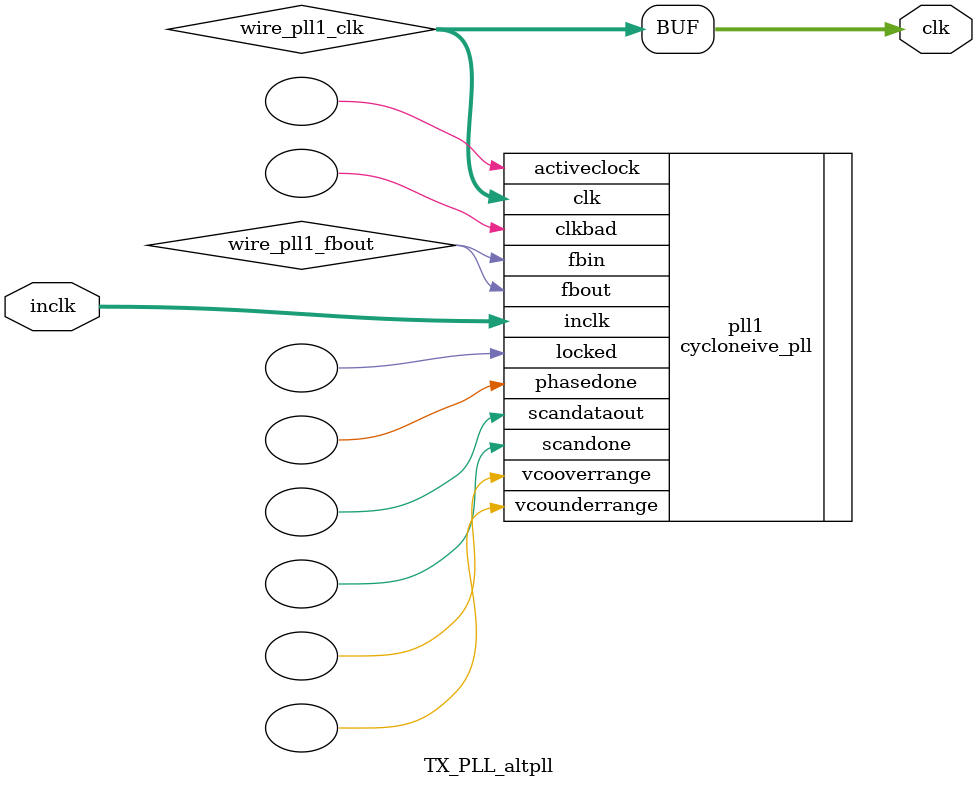
<source format=v>






//synthesis_resources = cycloneive_pll 1 
//synopsys translate_off
`timescale 1 ps / 1 ps
//synopsys translate_on
module  TX_PLL_altpll
	( 
	clk,
	inclk) /* synthesis synthesis_clearbox=1 */;
	output   [4:0]  clk;
	input   [1:0]  inclk;
`ifndef ALTERA_RESERVED_QIS
// synopsys translate_off
`endif
	tri0   [1:0]  inclk;
`ifndef ALTERA_RESERVED_QIS
// synopsys translate_on
`endif

	wire  [4:0]   wire_pll1_clk;
	wire  wire_pll1_fbout;

	cycloneive_pll   pll1
	( 
	.activeclock(),
	.clk(wire_pll1_clk),
	.clkbad(),
	.fbin(wire_pll1_fbout),
	.fbout(wire_pll1_fbout),
	.inclk(inclk),
	.locked(),
	.phasedone(),
	.scandataout(),
	.scandone(),
	.vcooverrange(),
	.vcounderrange()
	`ifndef FORMAL_VERIFICATION
	// synopsys translate_off
	`endif
	,
	.areset(1'b0),
	.clkswitch(1'b0),
	.configupdate(1'b0),
	.pfdena(1'b1),
	.phasecounterselect({3{1'b0}}),
	.phasestep(1'b0),
	.phaseupdown(1'b0),
	.scanclk(1'b0),
	.scanclkena(1'b1),
	.scandata(1'b0)
	`ifndef FORMAL_VERIFICATION
	// synopsys translate_on
	`endif
	);
	defparam
		pll1.bandwidth_type = "auto",
		pll1.clk0_divide_by = 5,
		pll1.clk0_duty_cycle = 50,
		pll1.clk0_multiply_by = 1,
		pll1.clk0_phase_shift = "10000",
		pll1.clk1_divide_by = 5,
		pll1.clk1_duty_cycle = 50,
		pll1.clk1_multiply_by = 1,
		pll1.clk1_phase_shift = "0",
		pll1.clk2_divide_by = 1,
		pll1.clk2_duty_cycle = 50,
		pll1.clk2_multiply_by = 1,
		pll1.clk2_phase_shift = "0",
		pll1.clk3_divide_by = 1,
		pll1.clk3_duty_cycle = 50,
		pll1.clk3_multiply_by = 1,
		pll1.clk3_phase_shift = "2000",
		pll1.compensate_clock = "clk0",
		pll1.inclk0_input_frequency = 8000,
		pll1.operation_mode = "normal",
		pll1.pll_type = "auto",
		pll1.lpm_type = "cycloneive_pll";
	assign
		clk = {wire_pll1_clk[4:0]};
endmodule //TX_PLL_altpll
//VALID FILE

</source>
